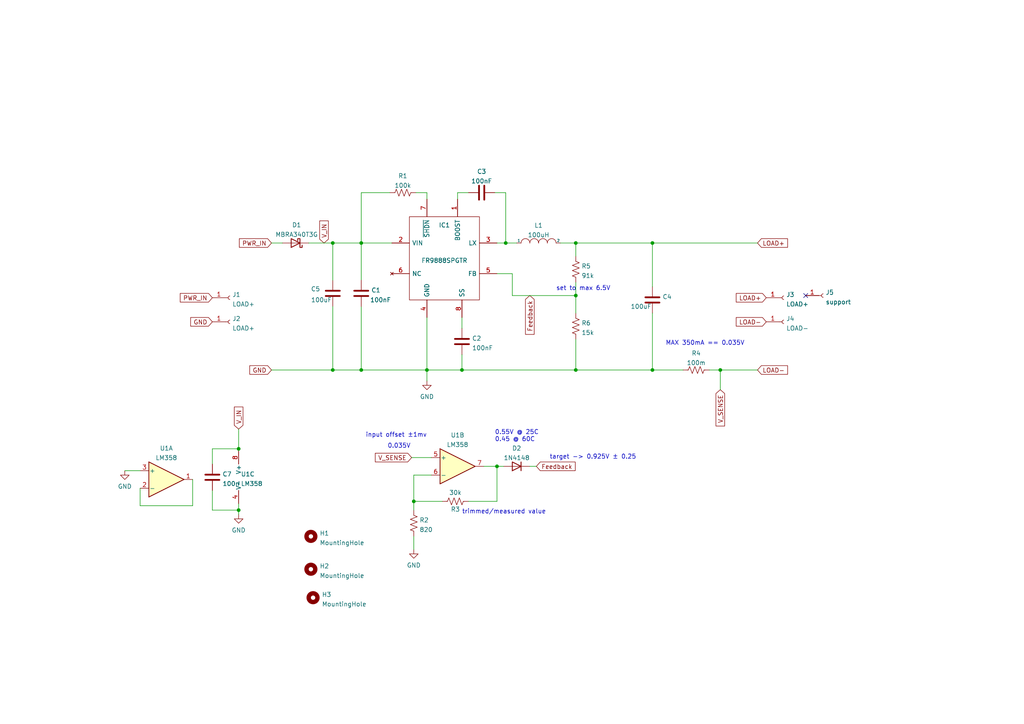
<source format=kicad_sch>
(kicad_sch (version 20211123) (generator eeschema)
  (paper "A4")
  (lib_symbols
    (symbol "!my-kicad-library:FR9888SPGTR" (pin_names (offset 0.762))
      (property "Reference" "IC" (at 26.67 7.62 0))
      (property "Value" "FR9888SPGTR" (at 26.67 5.08 0))
      (symbol "FR9888SPGTR_0_0"
        (pin passive line (at 19.05 13.97 270) (length 5.08) (name "BOOST") (number "1"))
        (pin passive line (at 0 1.27 0) (length 5.08) (name "VIN") (number "2"))
        (pin passive line (at 30.48 1.27 180) (length 5.08) (name "LX") (number "3"))
        (pin passive line (at 10.16 -20.32 90) (length 5.08) (name "GND") (number "4"))
        (pin passive line (at 30.48 -7.62 180) (length 5.08) (name "FB") (number "5"))
        (pin no_connect line (at 0 -7.62 0) (length 5.08) (name "NC") (number "6"))
        (pin passive line (at 10.16 13.97 270) (length 5.08) (name "~{SHDN}") (number "7"))
        (pin passive line (at 20.32 -20.32 90) (length 5.08) (name "SS") (number "8"))
      )
      (symbol "FR9888SPGTR_0_1"
        (polyline (pts (xy 5.08 8.89) (xy 25.4 8.89) (xy 25.4 -15.24) (xy 5.08 -15.24) (xy 5.08 8.89)) (stroke (width 0.1524)))
      )
    )
    (symbol "Amplifier_Operational:LM358" (pin_names (offset 0.127))
      (property "Reference" "U" (at 0 5.08 0))
      (property "Value" "LM358" (at 0 -5.08 0))
      (symbol "LM358_1_1"
        (polyline (pts (xy -5.08 5.08) (xy 5.08 0) (xy -5.08 -5.08) (xy -5.08 5.08)) (stroke (width 0.254)) (fill (type background)))
        (pin output line (at 7.62 0 180) (length 2.54) (name "~") (number "1"))
        (pin input line (at -7.62 -2.54 0) (length 2.54) (name "-") (number "2"))
        (pin input line (at -7.62 2.54 0) (length 2.54) (name "+") (number "3"))
      )
      (symbol "LM358_2_1"
        (polyline (pts (xy -5.08 5.08) (xy 5.08 0) (xy -5.08 -5.08) (xy -5.08 5.08)) (stroke (width 0.254)) (fill (type background)))
        (pin input line (at -7.62 2.54 0) (length 2.54) (name "+") (number "5"))
        (pin input line (at -7.62 -2.54 0) (length 2.54) (name "-") (number "6"))
        (pin output line (at 7.62 0 180) (length 2.54) (name "~") (number "7"))
      )
      (symbol "LM358_3_1"
        (pin power_in line (at -2.54 -7.62 90) (length 3.81) (name "V-") (number "4"))
        (pin power_in line (at -2.54 7.62 270) (length 3.81) (name "V+") (number "8"))
      )
    )
    (symbol "Connector:Conn_01x01_Female" (pin_names (offset 1.016) hide)
      (property "Reference" "J" (at 0 2.54 0))
      (property "Value" "Conn_01x01_Female" (at 0 -2.54 0))
      (symbol "Conn_01x01_Female_1_1"
        (polyline (pts (xy -1.27 0) (xy -0.508 0)) (stroke (width 0.1524)))
        (arc (start 0 0.508) (mid -0.508 0) (end 0 -0.508) (stroke (width 0.1524)))
        (pin passive line (at -5.08 0 0) (length 3.81) (name "Pin_1") (number "1"))
      )
    )
    (symbol "Device:C" (pin_numbers hide) (pin_names (offset 0.254))
      (property "Reference" "C" (at 0.635 2.54 0))
      (property "Value" "C" (at 0.635 -2.54 0))
      (symbol "C_0_1"
        (polyline (pts (xy -2.032 -0.762) (xy 2.032 -0.762)) (stroke (width 0.508)))
        (polyline (pts (xy -2.032 0.762) (xy 2.032 0.762)) (stroke (width 0.508)))
      )
      (symbol "C_1_1"
        (pin passive line (at 0 3.81 270) (length 2.794) (name "~") (number "1"))
        (pin passive line (at 0 -3.81 90) (length 2.794) (name "~") (number "2"))
      )
    )
    (symbol "Device:D_Schottky" (pin_numbers hide) (pin_names (offset 1.016) hide)
      (property "Reference" "D" (at 0 2.54 0))
      (property "Value" "D_Schottky" (at 0 -2.54 0))
      (symbol "D_Schottky_0_1"
        (polyline (pts (xy 1.27 0) (xy -1.27 0)))
        (polyline (pts (xy 1.27 1.27) (xy 1.27 -1.27) (xy -1.27 0) (xy 1.27 1.27)) (stroke (width 0.254)))
        (polyline (pts (xy -1.905 0.635) (xy -1.905 1.27) (xy -1.27 1.27) (xy -1.27 -1.27) (xy -0.635 -1.27) (xy -0.635 -0.635)) (stroke (width 0.254)))
      )
      (symbol "D_Schottky_1_1"
        (pin passive line (at -3.81 0 0) (length 2.54) (name "K") (number "1"))
        (pin passive line (at 3.81 0 180) (length 2.54) (name "A") (number "2"))
      )
    )
    (symbol "Device:R_US" (pin_numbers hide) (pin_names (offset 0))
      (property "Reference" "R" (at 2.54 0 90))
      (property "Value" "R_US" (at -2.54 0 90))
      (symbol "R_US_0_1"
        (polyline (pts (xy 0 -2.286) (xy 0 -2.54)))
        (polyline (pts (xy 0 2.286) (xy 0 2.54)))
        (polyline (pts (xy 0 -0.762) (xy 1.016 -1.143) (xy 0 -1.524) (xy -1.016 -1.905) (xy 0 -2.286)))
        (polyline (pts (xy 0 0.762) (xy 1.016 0.381) (xy 0 0) (xy -1.016 -0.381) (xy 0 -0.762)))
        (polyline (pts (xy 0 2.286) (xy 1.016 1.905) (xy 0 1.524) (xy -1.016 1.143) (xy 0 0.762)))
      )
      (symbol "R_US_1_1"
        (pin passive line (at 0 3.81 270) (length 1.27) (name "~") (number "1"))
        (pin passive line (at 0 -3.81 90) (length 1.27) (name "~") (number "2"))
      )
    )
    (symbol "Diode:1N4148" (pin_numbers hide) (pin_names (offset 1.016) hide)
      (property "Reference" "D" (at 0 2.54 0))
      (property "Value" "1N4148" (at 0 -2.54 0))
      (symbol "1N4148_0_1"
        (polyline (pts (xy -1.27 1.27) (xy -1.27 -1.27)) (stroke (width 0.254)))
        (polyline (pts (xy 1.27 0) (xy -1.27 0)))
        (polyline (pts (xy 1.27 1.27) (xy 1.27 -1.27) (xy -1.27 0) (xy 1.27 1.27)) (stroke (width 0.254)))
      )
      (symbol "1N4148_1_1"
        (pin passive line (at -3.81 0 0) (length 2.54) (name "K") (number "1"))
        (pin passive line (at 3.81 0 180) (length 2.54) (name "A") (number "2"))
      )
    )
    (symbol "Mechanical:MountingHole" (pin_names (offset 1.016))
      (property "Reference" "H" (at 0 5.08 0))
      (property "Value" "MountingHole" (at 0 3.175 0))
      (symbol "MountingHole_0_1"
        (circle (center 0 0) (radius 1.27) (stroke (width 1.27)))
      )
    )
    (symbol "power:GND" (power) (pin_names (offset 0))
      (property "Value" "GND" (at 0 -3.81 0))
      (symbol "GND_0_1"
        (polyline (pts (xy 0 0) (xy 0 -1.27) (xy 1.27 -1.27) (xy 0 -2.54) (xy -1.27 -1.27) (xy 0 -1.27)))
      )
      (symbol "GND_1_1"
        (pin power_in line (at 0 0 270) (length 0) hide (name "GND") (number "1"))
      )
    )
    (symbol "pspice:INDUCTOR" (pin_numbers hide) (pin_names (offset 0))
      (property "Reference" "L" (at 0 2.54 0))
      (property "Value" "INDUCTOR" (at 0 -1.27 0))
      (symbol "INDUCTOR_0_1"
        (arc (start -2.54 0) (mid -3.81 1.27) (end -5.08 0))
        (arc (start 0 0) (mid -1.27 1.27) (end -2.54 0))
        (arc (start 2.54 0) (mid 1.27 1.27) (end 0 0))
        (arc (start 5.08 0) (mid 3.81 1.27) (end 2.54 0))
      )
      (symbol "INDUCTOR_1_1"
        (pin input line (at -6.35 0 0) (length 1.27) (name "1") (number "1"))
        (pin input line (at 6.35 0 180) (length 1.27) (name "2") (number "2"))
      )
    )
  )
  (junction (at 167.005 70.485))
  (junction (at 208.915 107.315))
  (junction (at 189.23 107.315))
  (junction (at 189.23 70.485))
  (junction (at 104.775 107.315))
  (junction (at 69.215 147.955))
  (junction (at 123.825 107.315))
  (junction (at 146.685 70.485))
  (junction (at 96.52 70.485))
  (junction (at 69.215 130.175))
  (junction (at 120.015 145.415))
  (junction (at 167.005 85.725))
  (junction (at 96.52 107.315))
  (junction (at 144.145 135.255))
  (junction (at 167.005 107.315))
  (junction (at 133.985 107.315))
  (junction (at 104.775 70.485))
  (no_connect (at 233.68 85.725))
  (wire (pts (xy 104.775 70.485) (xy 113.665 70.485)))
  (wire (pts (xy 40.64 141.605) (xy 40.64 146.685)))
  (wire (pts (xy 148.59 79.375) (xy 144.145 79.375)))
  (wire (pts (xy 61.595 134.62) (xy 61.595 130.175)))
  (wire (pts (xy 208.915 107.315) (xy 205.74 107.315)))
  (wire (pts (xy 96.52 107.315) (xy 104.775 107.315)))
  (wire (pts (xy 69.215 124.46) (xy 69.215 130.175)))
  (wire (pts (xy 123.825 55.88) (xy 123.825 57.785)))
  (wire (pts (xy 104.775 55.88) (xy 113.03 55.88)))
  (wire (pts (xy 96.52 88.9) (xy 96.52 107.315)))
  (wire (pts (xy 167.005 107.315) (xy 189.23 107.315)))
  (wire (pts (xy 162.56 70.485) (xy 167.005 70.485)))
  (wire (pts (xy 133.985 107.315) (xy 123.825 107.315)))
  (wire (pts (xy 146.685 55.88) (xy 146.685 70.485)))
  (wire (pts (xy 96.52 70.485) (xy 96.52 81.28)))
  (wire (pts (xy 123.825 110.49) (xy 123.825 107.315)))
  (wire (pts (xy 120.015 137.795) (xy 125.095 137.795)))
  (wire (pts (xy 135.89 55.88) (xy 132.715 55.88)))
  (wire (pts (xy 132.715 55.88) (xy 132.715 57.785)))
  (wire (pts (xy 104.775 107.315) (xy 123.825 107.315)))
  (wire (pts (xy 135.89 145.415) (xy 144.145 145.415)))
  (wire (pts (xy 167.005 70.485) (xy 189.23 70.485)))
  (wire (pts (xy 189.23 107.315) (xy 198.12 107.315)))
  (wire (pts (xy 219.71 107.315) (xy 208.915 107.315)))
  (wire (pts (xy 78.74 107.315) (xy 96.52 107.315)))
  (wire (pts (xy 189.23 90.805) (xy 189.23 107.315)))
  (wire (pts (xy 219.71 70.485) (xy 189.23 70.485)))
  (wire (pts (xy 189.23 70.485) (xy 189.23 83.185)))
  (wire (pts (xy 208.915 107.315) (xy 208.915 113.03)))
  (wire (pts (xy 167.005 98.425) (xy 167.005 107.315)))
  (wire (pts (xy 61.595 130.175) (xy 69.215 130.175)))
  (wire (pts (xy 144.145 135.255) (xy 140.335 135.255)))
  (wire (pts (xy 61.595 147.955) (xy 69.215 147.955)))
  (wire (pts (xy 78.74 70.485) (xy 81.915 70.485)))
  (wire (pts (xy 167.005 85.725) (xy 167.005 90.805)))
  (wire (pts (xy 104.775 88.9) (xy 104.775 107.315)))
  (wire (pts (xy 144.145 135.255) (xy 144.145 145.415)))
  (wire (pts (xy 36.195 136.525) (xy 40.64 136.525)))
  (wire (pts (xy 61.595 142.24) (xy 61.595 147.955)))
  (wire (pts (xy 123.825 107.315) (xy 123.825 92.075)))
  (wire (pts (xy 153.67 135.255) (xy 155.575 135.255)))
  (wire (pts (xy 143.51 55.88) (xy 146.685 55.88)))
  (wire (pts (xy 148.59 79.375) (xy 148.59 85.725)))
  (wire (pts (xy 104.775 55.88) (xy 104.775 70.485)))
  (wire (pts (xy 148.59 85.725) (xy 167.005 85.725)))
  (wire (pts (xy 69.215 147.955) (xy 69.215 146.05)))
  (wire (pts (xy 133.985 95.25) (xy 133.985 92.075)))
  (wire (pts (xy 120.015 159.385) (xy 120.015 155.575)))
  (wire (pts (xy 167.005 81.915) (xy 167.005 85.725)))
  (wire (pts (xy 40.64 146.685) (xy 55.88 146.685)))
  (wire (pts (xy 96.52 70.485) (xy 104.775 70.485)))
  (wire (pts (xy 104.775 70.485) (xy 104.775 81.28)))
  (wire (pts (xy 167.005 74.295) (xy 167.005 70.485)))
  (wire (pts (xy 89.535 70.485) (xy 96.52 70.485)))
  (wire (pts (xy 69.215 130.175) (xy 69.215 130.81)))
  (wire (pts (xy 146.685 70.485) (xy 149.86 70.485)))
  (wire (pts (xy 120.015 145.415) (xy 128.27 145.415)))
  (wire (pts (xy 120.65 55.88) (xy 123.825 55.88)))
  (wire (pts (xy 69.215 149.225) (xy 69.215 147.955)))
  (wire (pts (xy 120.015 137.795) (xy 120.015 145.415)))
  (wire (pts (xy 144.145 135.255) (xy 146.05 135.255)))
  (wire (pts (xy 120.015 147.955) (xy 120.015 145.415)))
  (wire (pts (xy 119.38 132.715) (xy 125.095 132.715)))
  (wire (pts (xy 133.985 107.315) (xy 167.005 107.315)))
  (wire (pts (xy 133.985 102.87) (xy 133.985 107.315)))
  (wire (pts (xy 55.88 146.685) (xy 55.88 139.065)))
  (wire (pts (xy 144.145 70.485) (xy 146.685 70.485)))
  (text "set to max 6.5V" (at 161.29 84.455 0) (effects (font (size 1.27 1.27)) (justify left bottom)))
  (text "0.035V\n" (at 112.395 130.175 0) (effects (font (size 1.27 1.27)) (justify left bottom)))
  (text "0.55V @ 25C\n0.45 @ 60C" (at 143.51 128.27 0) (effects (font (size 1.27 1.27)) (justify left bottom)))
  (text "MAX 350mA == 0.035V" (at 193.04 100.33 0) (effects (font (size 1.27 1.27)) (justify left bottom)))
  (text "target -> 0.925V ± 0.25\n" (at 159.385 133.35 0) (effects (font (size 1.27 1.27)) (justify left bottom)))
  (text "trimmed/measured value" (at 133.985 149.225 0) (effects (font (size 1.27 1.27)) (justify left bottom)))
  (text "input offset ±1mv" (at 123.825 127 180) (effects (font (size 1.27 1.27)) (justify right bottom)))
  (global_label "LOAD+" (shape input) (at 219.71 70.485 0) (property "Intersheet References" "${INTERSHEET_REFS}" (effects hide)))
  (global_label "PWR_IN" (shape input) (at 61.595 86.36 180) (property "Intersheet References" "${INTERSHEET_REFS}" (effects hide)))
  (global_label "LOAD+" (shape input) (at 222.25 86.36 180) (property "Intersheet References" "${INTERSHEET_REFS}" (effects hide)))
  (global_label "V_IN" (shape input) (at 93.98 70.485 90) (property "Intersheet References" "${INTERSHEET_REFS}" (effects hide)))
  (global_label "PWR_IN" (shape input) (at 78.74 70.485 180) (property "Intersheet References" "${INTERSHEET_REFS}" (effects hide)))
  (global_label "V_SENSE" (shape input) (at 208.915 113.03 270) (property "Intersheet References" "${INTERSHEET_REFS}" (effects hide)))
  (global_label "V_IN" (shape input) (at 69.215 124.46 90) (property "Intersheet References" "${INTERSHEET_REFS}" (effects hide)))
  (global_label "GND" (shape input) (at 78.74 107.315 180) (property "Intersheet References" "${INTERSHEET_REFS}" (effects hide)))
  (global_label "V_SENSE" (shape input) (at 119.38 132.715 180) (property "Intersheet References" "${INTERSHEET_REFS}" (effects hide)))
  (global_label "LOAD-" (shape input) (at 222.25 93.345 180) (property "Intersheet References" "${INTERSHEET_REFS}" (effects hide)))
  (global_label "Feedback" (shape input) (at 155.575 135.255 0) (property "Intersheet References" "${INTERSHEET_REFS}" (effects hide)))
  (global_label "LOAD-" (shape input) (at 219.71 107.315 0) (property "Intersheet References" "${INTERSHEET_REFS}" (effects hide)))
  (global_label "Feedback" (shape input) (at 153.67 85.725 270) (property "Intersheet References" "${INTERSHEET_REFS}" (effects hide)))
  (global_label "GND" (shape input) (at 61.595 93.345 180) (property "Intersheet References" "${INTERSHEET_REFS}" (effects hide)))
  (symbol (lib_id "Connector:Conn_01x01_Female") (at 227.33 86.36 0) (unit 1)
    (property "Reference" "J3" (at 228.0412 85.4515 0) (effects (justify left)))
    (property "Value" "LOAD+" (at 228.0412 88.2266 0) (effects (justify left)))
    (property "Footprint" "!my-kicad-library:SolderWire-slot" (effects hide))
  )
  (symbol (lib_id "pspice:INDUCTOR") (at 156.21 70.485 0) (unit 1)
    (property "Reference" "L1" (at 156.21 65.3755 0))
    (property "Value" "100uH" (at 156.21 68.1506 0))
    (property "Footprint" "Inductor_SMD:L_Taiyo-Yuden_NR-60xx_HandSoldering" (effects hide))
  )
  (symbol (lib_id "Device:C") (at 96.52 85.09 0) (unit 1)
    (property "Reference" "C5" (at 90.17 83.82 0) (effects (justify left)))
    (property "Value" "100uF" (at 90.17 86.995 0) (effects (justify left)))
    (property "Footprint" "Capacitor_THT:CP_Radial_D6.3mm_P2.50mm" (effects hide))
  )
  (symbol (lib_id "Device:R_US") (at 201.93 107.315 90) (unit 1)
    (property "Reference" "R4" (at 201.93 102.4595 90))
    (property "Value" "100m" (at 201.93 105.2346 90))
    (property "Footprint" "Resistor_SMD:R_2512_6332Metric" (effects hide))
  )
  (symbol (lib_id "Diode:1N4148") (at 149.86 135.255 180) (unit 1)
    (property "Reference" "D2" (at 149.86 130.0185 0))
    (property "Value" "1N4148" (at 149.86 132.7936 0))
    (property "Footprint" "!my-kicad-library:D_4148_SMD" (effects hide))
    (property "Datasheet" "https://assets.nexperia.com/documents/data-sheet/1N4148_1N4448.pdf" (effects hide))
  )
  (symbol (lib_id "Amplifier_Operational:LM358") (at 48.26 139.065 0) (unit 1)
    (property "Reference" "U1" (at 48.26 130.0185 0))
    (property "Value" "LM358" (at 48.26 132.7936 0))
    (property "Footprint" "Package_SO:SOIC-8_3.9x4.9mm_P1.27mm" (effects hide))
    (property "Datasheet" "http://www.ti.com/lit/ds/symlink/lm2904-n.pdf" (effects hide))
  )
  (symbol (lib_id "Device:C") (at 139.7 55.88 270) (unit 1)
    (property "Reference" "C3" (at 139.7 49.7545 90))
    (property "Value" "100nF" (at 139.7 52.5296 90))
    (property "Footprint" "Capacitor_SMD:C_1206_3216Metric" (effects hide))
  )
  (symbol (lib_id "Mechanical:MountingHole") (at 90.17 155.575 0) (unit 1)
    (property "Reference" "H1" (at 92.71 154.6665 0) (effects (justify left)))
    (property "Value" "MountingHole" (at 92.71 157.4416 0) (effects (justify left)))
    (property "Footprint" "MountingHole:MountingHole_2.2mm_M2" (effects hide))
  )
  (symbol (lib_id "Device:D_Schottky") (at 85.725 70.485 180) (unit 1)
    (property "Reference" "D1" (at 86.0425 65.2485 0))
    (property "Value" "MBRA340T3G" (at 86.0425 68.0236 0))
    (property "Footprint" "Diode_SMD:D_SMA" (effects hide))
  )
  (symbol (lib_id "Mechanical:MountingHole") (at 90.17 165.1 0) (unit 1)
    (property "Reference" "H2" (at 92.71 164.1915 0) (effects (justify left)))
    (property "Value" "MountingHole" (at 92.71 166.9666 0) (effects (justify left)))
    (property "Footprint" "MountingHole:MountingHole_2.2mm_M2" (effects hide))
  )
  (symbol (lib_id "Device:R_US") (at 167.005 94.615 180) (unit 1)
    (property "Reference" "R6" (at 168.656 93.7065 0) (effects (justify right)))
    (property "Value" "15k" (at 168.656 96.4816 0) (effects (justify right)))
    (property "Footprint" "Resistor_SMD:R_0805_2012Metric" (effects hide))
  )
  (symbol (lib_id "power:GND") (at 69.215 149.225 0) (unit 1)
    (property "Reference" "#PWR0104" (effects hide))
    (property "Value" "GND" (at 69.215 153.7875 0))
  )
  (symbol (lib_id "Device:R_US") (at 116.84 55.88 90) (unit 1)
    (property "Reference" "R1" (at 116.84 51.0245 90))
    (property "Value" "100k" (at 116.84 53.7996 90))
    (property "Footprint" "Resistor_SMD:R_0805_2012Metric" (effects hide))
  )
  (symbol (lib_id "Device:R_US") (at 167.005 78.105 180) (unit 1)
    (property "Reference" "R5" (at 168.656 77.1965 0) (effects (justify right)))
    (property "Value" "91k" (at 168.656 79.9716 0) (effects (justify right)))
    (property "Footprint" "Resistor_SMD:R_0805_2012Metric" (effects hide))
  )
  (symbol (lib_id "!my-kicad-library:FR9888SPGTR") (at 113.665 71.755 0) (unit 1)
    (property "Reference" "IC1" (at 128.905 65.2993 0))
    (property "Value" "FR9888SPGTR" (at 128.905 75.565 0))
    (property "Footprint" "Package_SO:SOIC-8-1EP_3.9x4.9mm_P1.27mm_EP2.514x3.2mm" (effects hide))
    (property "Datasheet" "https://datasheet.lcsc.com/szlcsc/Fitipower-Integrated-Tech-FR9888SPGTR_C80507.pdf" (effects hide))
    (property "Description" "Step-Down Adjustable 1 4.5V 23V 0.925V 20V 3.5A SOP-8_EP_150mil DC-DC Converters RoHS" (effects hide))
    (property "Height" "1.7" (effects hide))
    (property "Manufacturer_Name" "Fitipower" (effects hide))
    (property "Manufacturer_Part_Number" "FR9888SPGTR" (effects hide))
  )
  (symbol (lib_id "Mechanical:MountingHole") (at 90.805 173.355 0) (unit 1)
    (property "Reference" "H3" (at 93.345 172.4465 0) (effects (justify left)))
    (property "Value" "MountingHole" (at 93.345 175.2216 0) (effects (justify left)))
    (property "Footprint" "MountingHole:MountingHole_2.2mm_M2" (effects hide))
  )
  (symbol (lib_id "Connector:Conn_01x01_Female") (at 227.33 93.345 0) (unit 1)
    (property "Reference" "J4" (at 228.0412 92.4365 0) (effects (justify left)))
    (property "Value" "LOAD-" (at 228.0412 95.2116 0) (effects (justify left)))
    (property "Footprint" "!my-kicad-library:SolderWire-slot" (effects hide))
  )
  (symbol (lib_id "Amplifier_Operational:LM358") (at 132.715 135.255 0) (unit 2)
    (property "Reference" "U1" (at 132.715 126.2085 0))
    (property "Value" "LM358" (at 132.715 128.9836 0))
    (property "Footprint" "Package_SO:SOIC-8_3.9x4.9mm_P1.27mm" (effects hide))
    (property "Datasheet" "http://www.ti.com/lit/ds/symlink/lm2904-n.pdf" (effects hide))
  )
  (symbol (lib_id "Device:C") (at 189.23 86.995 0) (unit 1)
    (property "Reference" "C4" (at 192.151 86.0865 0) (effects (justify left)))
    (property "Value" "100uF" (at 182.88 88.9 0) (effects (justify left)))
    (property "Footprint" "Capacitor_THT:CP_Radial_D5.0mm_P2.00mm" (effects hide))
  )
  (symbol (lib_id "Device:C") (at 104.775 85.09 0) (unit 1)
    (property "Reference" "C1" (at 107.696 84.1815 0) (effects (justify left)))
    (property "Value" "100nF" (at 107.315 86.995 0) (effects (justify left)))
    (property "Footprint" "Capacitor_SMD:C_1206_3216Metric" (effects hide))
  )
  (symbol (lib_id "power:GND") (at 123.825 110.49 0) (unit 1)
    (property "Reference" "#PWR0101" (effects hide))
    (property "Value" "GND" (at 123.825 115.0525 0))
  )
  (symbol (lib_id "Device:R_US") (at 120.015 151.765 0) (unit 1)
    (property "Reference" "R2" (at 121.666 150.8565 0) (effects (justify left)))
    (property "Value" "820" (at 121.666 153.6316 0) (effects (justify left)))
    (property "Footprint" "Resistor_SMD:R_0805_2012Metric" (effects hide))
  )
  (symbol (lib_id "Connector:Conn_01x01_Female") (at 238.76 85.725 0) (unit 1)
    (property "Reference" "J5" (at 239.4712 84.8165 0) (effects (justify left)))
    (property "Value" "support" (at 239.4712 87.5916 0) (effects (justify left)))
    (property "Footprint" "!my-kicad-library:SolderWire-slot" (effects hide))
  )
  (symbol (lib_id "Connector:Conn_01x01_Female") (at 66.675 93.345 0) (unit 1)
    (property "Reference" "J2" (at 67.3862 92.4365 0) (effects (justify left)))
    (property "Value" "LOAD+" (at 67.3862 95.2116 0) (effects (justify left)))
    (property "Footprint" "Connector_Wire:SolderWire-0.5sqmm_1x01_D0.9mm_OD2.3mm" (effects hide))
  )
  (symbol (lib_id "Amplifier_Operational:LM358") (at 71.755 138.43 0) (unit 3)
    (property "Reference" "U1" (at 69.85 137.5215 0) (effects (justify left)))
    (property "Value" "LM358" (at 69.85 140.2966 0) (effects (justify left)))
    (property "Footprint" "Package_SO:SOIC-8_3.9x4.9mm_P1.27mm" (effects hide))
    (property "Datasheet" "http://www.ti.com/lit/ds/symlink/lm2904-n.pdf" (effects hide))
  )
  (symbol (lib_id "power:GND") (at 120.015 159.385 0) (unit 1)
    (property "Reference" "#PWR0102" (effects hide))
    (property "Value" "GND" (at 120.015 163.9475 0))
  )
  (symbol (lib_id "Device:C") (at 61.595 138.43 0) (unit 1)
    (property "Reference" "C7" (at 64.516 137.5215 0) (effects (justify left)))
    (property "Value" "100n" (at 64.516 140.2966 0) (effects (justify left)))
    (property "Footprint" "Capacitor_SMD:C_1206_3216Metric" (effects hide))
  )
  (symbol (lib_id "Device:C") (at 133.985 99.06 0) (unit 1)
    (property "Reference" "C2" (at 136.906 98.1515 0) (effects (justify left)))
    (property "Value" "100nF" (at 136.906 100.9266 0) (effects (justify left)))
    (property "Footprint" "Capacitor_SMD:C_1206_3216Metric" (effects hide))
  )
  (symbol (lib_id "power:GND") (at 36.195 136.525 0) (unit 1)
    (property "Reference" "#PWR0103" (effects hide))
    (property "Value" "GND" (at 36.195 141.0875 0))
  )
  (symbol (lib_id "Connector:Conn_01x01_Female") (at 66.675 86.36 0) (unit 1)
    (property "Reference" "J1" (at 67.3862 85.4515 0) (effects (justify left)))
    (property "Value" "LOAD+" (at 67.3862 88.2266 0) (effects (justify left)))
    (property "Footprint" "Connector_Wire:SolderWire-0.5sqmm_1x01_D0.9mm_OD2.3mm" (effects hide))
  )
  (symbol (lib_id "Device:R_US") (at 132.08 145.415 90) (unit 1)
    (property "Reference" "R3" (at 132.08 147.7199 90))
    (property "Value" "30k" (at 132.08 142.875 90))
    (property "Footprint" "Resistor_SMD:R_0805_2012Metric" (effects hide))
  )
)
</source>
